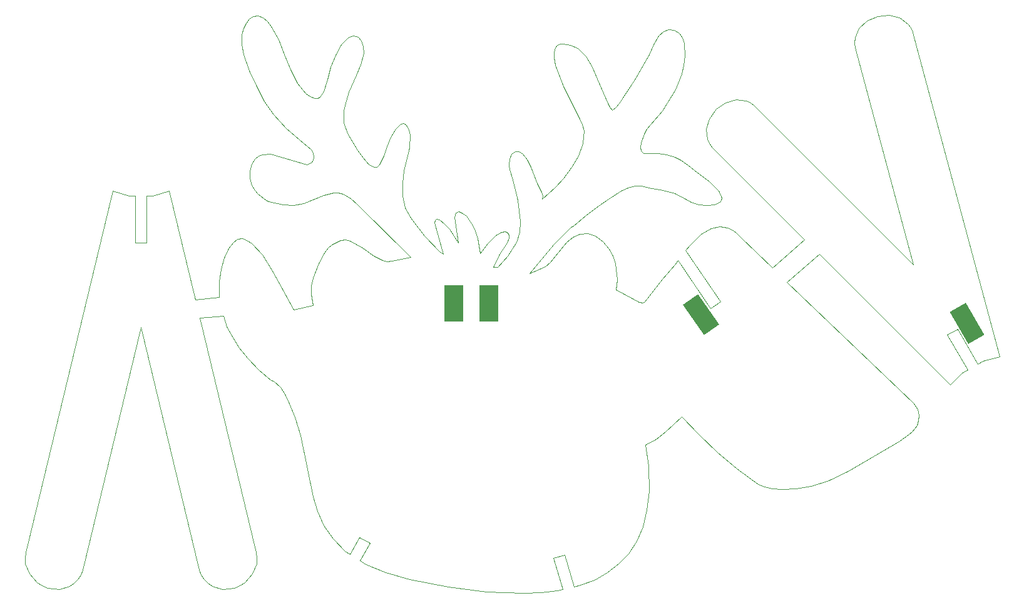
<source format=gbp>
G04*
G04 #@! TF.GenerationSoftware,Altium Limited,Altium Designer,25.1.2 (22)*
G04*
G04 Layer_Color=128*
%FSLAX25Y25*%
%MOIN*%
G70*
G04*
G04 #@! TF.SameCoordinates,B79DADAE-6871-4A3D-A662-253F8C0C8E9A*
G04*
G04*
G04 #@! TF.FilePolarity,Positive*
G04*
G01*
G75*
%ADD10C,0.00394*%
%ADD14R,0.09843X0.19685*%
G04:AMPARAMS|DCode=56|XSize=98.43mil|YSize=196.85mil|CornerRadius=0mil|HoleSize=0mil|Usage=FLASHONLY|Rotation=30.000|XOffset=0mil|YOffset=0mil|HoleType=Round|Shape=Rectangle|*
%AMROTATEDRECTD56*
4,1,4,0.00659,-0.10985,-0.09183,0.06063,-0.00659,0.10985,0.09183,-0.06063,0.00659,-0.10985,0.0*
%
%ADD56ROTATEDRECTD56*%

G04:AMPARAMS|DCode=57|XSize=98.43mil|YSize=196.85mil|CornerRadius=0mil|HoleSize=0mil|Usage=FLASHONLY|Rotation=35.000|XOffset=0mil|YOffset=0mil|HoleType=Round|Shape=Rectangle|*
%AMROTATEDRECTD57*
4,1,4,0.01614,-0.10885,-0.09677,0.05240,-0.01614,0.10885,0.09677,-0.05240,0.01614,-0.10885,0.0*
%
%ADD57ROTATEDRECTD57*%

D10*
X691640Y140033D02*
X686186Y136883D01*
X378731Y25947D02*
X373276Y29096D01*
X482413Y19760D02*
X476390Y17919D01*
X565429Y154517D02*
X560208Y150993D01*
X373276Y29096D02*
X368047Y20038D01*
X378731Y25947D02*
X373344Y16617D01*
X481460Y1334D02*
X476390Y17919D01*
X487606Y2773D02*
X482413Y19760D01*
X253658Y185813D02*
Y211054D01*
X259958Y185813D02*
X259958Y211054D01*
X560208Y150993D02*
X542903Y176645D01*
X565429Y154517D02*
X546948Y181913D01*
X696986Y118177D02*
X686186Y136883D01*
X702442Y121322D02*
X691640Y140033D01*
X610303Y187648D02*
X561260Y236689D01*
X559610Y238791D01*
X668233Y100555D02*
X600818Y165087D01*
X618168Y179784D02*
X600818Y165087D01*
X687807Y110145D02*
X618168Y179784D01*
X610303Y187648D02*
X593078Y172496D01*
X576060Y188786D01*
X318230Y20882D02*
X288186Y145975D01*
X300649Y146821D02*
X288186Y145975D01*
X298619Y156839D02*
X285851Y155698D01*
X271923Y213688D01*
X348478Y152486D02*
X347324Y158528D01*
X348478Y152486D02*
X337975Y150247D01*
X332078Y161173D01*
X510382Y166140D02*
X509926Y161007D01*
X518519Y156299D02*
X509926Y161007D01*
X522062Y154331D02*
X518519Y156299D01*
X524031Y153937D02*
X522062Y154331D01*
X525248Y154734D02*
X524031Y153937D01*
X576060Y188786D02*
X574247Y190893D01*
X207171Y2096D02*
X204174Y3301D01*
X585514Y57225D02*
X574282Y65459D01*
X563651Y74434D01*
X588924Y56007D02*
X585514Y57225D01*
X670005Y88737D02*
X667346Y85266D01*
X670947Y91165D02*
X670005Y88737D01*
X671187Y93981D02*
X670947Y91165D01*
X593034Y55107D02*
X588924Y56007D01*
X671187Y93981D02*
X670393Y97129D01*
X668233Y100555D01*
X667346Y85266D02*
X665870Y84010D01*
X598612Y54567D02*
X593034Y55107D01*
X637252Y289978D02*
X637250D01*
X583530Y258961D02*
Y258962D01*
Y258961D02*
X581426Y260610D01*
X579030Y261708D02*
X573685Y262280D01*
X581426Y260610D02*
X579030Y261708D01*
X668267Y174226D02*
X583530Y258962D01*
X668267Y174226D02*
X637250Y289978D01*
X637122Y295248D02*
X636874Y292623D01*
X649057Y306768D02*
X643405Y304184D01*
X639300Y300163D01*
X637122Y295248D01*
X637252Y289978D02*
X636874Y292623D01*
X666681Y300608D02*
X665155Y302758D01*
X655246Y307355D02*
X649057Y306768D01*
X696986Y118177D02*
X694258Y116600D01*
X665155Y302758D02*
X660812Y305926D01*
X655246Y307355D01*
X667676Y298128D02*
X666681Y300608D01*
X667685Y298080D02*
X667676Y298128D01*
X665870Y84010D02*
X660650Y80366D01*
X633571Y64316D01*
X623137Y59262D01*
X613765Y56229D01*
X605556Y54803D01*
X598612Y54567D01*
X705169Y122900D02*
X702442Y121323D01*
X694258Y116600D02*
X687807Y110145D01*
X713992Y125263D02*
X705169Y122900D01*
X713992Y125263D02*
X667685Y298080D01*
X204174Y3301D02*
X201518Y4982D01*
X197412Y9468D01*
X574247Y190893D02*
X572028Y192641D01*
X350773Y42820D02*
X348310Y50719D01*
X345031Y67051D02*
X341695Y83273D01*
X348310Y50719D02*
X345031Y67051D01*
X354235Y35265D02*
X350773Y42820D01*
X298619Y156839D02*
X298473Y165413D01*
X308153Y187792D02*
X305705Y186047D01*
X303353Y182824D01*
X301109Y177977D01*
X299388Y172093D01*
X259958Y185813D02*
X253658D01*
X299388Y172093D02*
X298473Y165413D01*
X263108Y211054D02*
X259958D01*
X347583Y163025D02*
X347324Y158528D01*
X348511Y167252D02*
X347583Y163025D01*
X351498Y174886D02*
X348511Y167252D01*
X354619Y180688D02*
X351498Y174886D01*
X387934Y176102D02*
X385525Y176652D01*
X380854Y178928D01*
X365772Y187571D02*
X363281Y187305D01*
X358452Y185079D02*
X356379Y183225D01*
X363281Y187305D02*
X358452Y185079D01*
X374645Y183330D02*
X368251Y186935D01*
X380854Y178928D02*
X374645Y183330D01*
X356379Y183225D02*
X354619Y180688D01*
X368251Y186935D02*
X365772Y187571D01*
X359034Y28176D02*
X354235Y35265D01*
X376463Y14603D02*
X373344Y16617D01*
X365508Y21678D02*
X359034Y28176D01*
X368047Y20038D02*
X365508Y21678D01*
X287822Y11732D02*
X287820D01*
X288818Y8966D02*
X287822Y11732D01*
X290345Y6568D02*
X288818Y8966D01*
X318622Y17880D02*
X318375Y14952D01*
X316198Y9468D01*
X318622Y17880D02*
X318244Y20831D01*
X318230Y20882D01*
X387018Y10180D02*
X376463Y14603D01*
X302629Y141410D02*
X300649Y146821D01*
X305388Y135807D02*
X302629Y141410D01*
X309031Y130067D02*
X305388Y135807D01*
X313660Y124246D02*
X309031Y130067D01*
X321309Y179481D02*
X315920Y185627D01*
X310681Y188206D02*
X308153Y187792D01*
X319377Y118401D02*
X313660Y124246D01*
X315920Y185627D02*
X313274Y187436D01*
X287820Y11732D02*
X256805Y140874D01*
X271923Y213688D02*
X263108Y211054D01*
X313274Y187436D02*
X310681Y188206D01*
X335959Y100219D02*
X333353Y105429D01*
X326287Y112588D02*
X319377Y118401D01*
X332078Y161173D02*
X326733Y170939D01*
X327585Y112129D02*
X326287Y112588D01*
X326733Y170939D02*
X321309Y179481D01*
X333353Y105429D02*
X331032Y108922D01*
X327585Y112129D01*
X341695Y83273D02*
X338768Y92948D01*
X335959Y100219D01*
X253658Y211054D02*
X250509D01*
X241687Y213688D01*
X195380Y20882D01*
X256805Y140874D02*
X225790Y11732D01*
X197412Y9468D02*
X195235Y14952D01*
X225789Y11732D02*
X224792Y8966D01*
X195367Y20831D02*
X194988Y17880D01*
X195380Y20882D02*
X195367Y20831D01*
X225790Y11732D02*
X225789D01*
X224792Y8966D02*
X223266Y6568D01*
X195235Y14952D02*
X194988Y17880D01*
X551556Y224604D02*
X549594Y226438D01*
X559625Y218589D02*
X551556Y224604D01*
X544602Y229874D02*
X541077Y231564D01*
X536923Y232901D01*
X541134Y212201D02*
X534685Y214018D01*
X546717Y209143D02*
X541134Y212201D01*
X549594Y226438D02*
X544602Y229874D01*
X492649Y245624D02*
X491963Y248880D01*
X490577Y252049D01*
X492649Y245624D02*
X492224Y238986D01*
X489895Y232396D01*
X486257Y226118D02*
X481905Y220416D01*
X490577Y252049D02*
X481747Y269214D01*
X489895Y232396D02*
X486257Y226118D01*
X395124Y249175D02*
X392363Y246662D01*
X396667Y249491D02*
X395124Y249175D01*
X396951Y224232D02*
X396092Y217752D01*
X399820Y236751D02*
X396951Y224232D01*
X398181Y248776D02*
X396667Y249491D01*
X399578Y246379D02*
X398181Y248776D01*
X396094Y211085D02*
X396092Y217752D01*
X400267Y243298D02*
X399820Y236751D01*
X400267Y243298D02*
X399578Y246379D01*
X506494Y258142D02*
X505341Y260140D01*
X519816Y272779D02*
X511370Y260269D01*
X509741Y258198D01*
X507919Y256725D01*
X506494Y258142D01*
X505341Y260140D02*
X499887Y273317D01*
X372089Y235253D02*
X366780Y244328D01*
X381078Y226152D02*
X378215Y227718D01*
X389913Y242312D02*
X387957Y237339D01*
X378215Y227718D02*
X375006Y231179D01*
X392363Y246662D02*
X389913Y242312D01*
X387957Y237339D02*
X386068Y232276D01*
X383820Y227656D01*
X382537Y226358D01*
X381078Y226152D01*
X375006Y231179D02*
X372089Y235253D01*
X366780Y244328D02*
X364840Y250084D01*
X540776Y299326D02*
X537936Y299616D01*
X535135Y298591D01*
X532616Y296418D01*
X544789Y276090D02*
X541399Y267707D01*
X545954Y280711D02*
X544789Y276090D01*
X546559Y285621D02*
X545954Y280711D01*
X529905Y291701D02*
X527555Y286440D01*
X519816Y272779D01*
X526271Y246550D02*
X525843Y245960D01*
X534366Y256144D02*
X526271Y246550D01*
X541399Y267707D02*
X534366Y256144D01*
X546005Y292340D02*
X544976Y295284D01*
X543414Y297558D01*
X546559Y285621D02*
X546005Y292340D01*
X532616Y296418D02*
X529905Y291701D01*
X543414Y297558D02*
X540776Y299326D01*
X524831Y243879D02*
X523231Y239372D01*
X515997Y215268D02*
X512454Y213610D01*
X505944Y209319D01*
X527139Y215115D02*
X523394Y216285D01*
X525843Y245960D02*
X524831Y243879D01*
X536923Y232901D02*
X532183Y233632D01*
X526900Y233507D01*
X524450Y233766D01*
X523202Y235047D01*
X522886Y237024D01*
X523231Y239372D02*
X522886Y237024D01*
X523394Y216285D02*
X519662Y216248D01*
X534685Y214018D02*
X527139Y215115D01*
X519662Y216248D02*
X515997Y215268D01*
X559484Y252067D02*
X557939Y246532D01*
X564559Y213637D02*
X559625Y218589D01*
X558511Y241187D02*
X557939Y246532D01*
X559610Y238791D02*
X558511Y241187D01*
X566153Y210029D02*
X564559Y213637D01*
X563088Y257132D02*
X559484Y252067D01*
X348489Y233977D02*
X347342Y235657D01*
X348847Y231640D02*
X348418Y229871D01*
X347543Y228685D01*
X361903Y212563D02*
X359320Y212488D01*
X364473Y212028D02*
X361903Y212563D01*
X368514Y209645D02*
X364473Y212028D01*
X347543Y228685D02*
X345266Y227732D01*
X348847Y231640D02*
X348489Y233977D01*
X359320Y212488D02*
X354204Y211174D01*
X476794Y287758D02*
X476772Y284776D01*
X481747Y269214D02*
X477503Y280777D01*
X476772Y284776D01*
X477438Y289850D02*
X476794Y287758D01*
X480062Y291874D02*
X478571Y291179D01*
X489512Y289694D02*
X485376Y291428D01*
X481781Y292062D01*
X480062Y291874D01*
X497064Y279771D02*
X493639Y285429D01*
X478571Y291179D02*
X477438Y289850D01*
X499887Y273317D02*
X497064Y279771D01*
X493639Y285429D02*
X489512Y289694D01*
X360307Y286101D02*
X357827Y279650D01*
X370202Y296160D02*
X368371Y295835D01*
X366647Y294839D01*
X357827Y279650D02*
X356059Y273043D01*
X373812Y280828D02*
X371437Y275153D01*
X374102Y293480D02*
X372305Y295466D01*
X375440Y287103D02*
X373812Y280828D01*
X375257Y290570D02*
X374102Y293480D01*
X375440Y287103D02*
X375257Y290570D01*
X363556Y291589D02*
X360307Y286101D01*
X372305Y295466D02*
X370202Y296160D01*
X366647Y294839D02*
X363556Y291589D01*
X352115Y263557D02*
X350828Y262833D01*
X354101Y266589D02*
X352115Y263557D01*
X349440Y262839D02*
X346811Y263888D01*
X364840Y250084D02*
X364816Y256611D01*
X365973Y261659D02*
X364816Y256611D01*
X367611Y266330D02*
X365973Y261659D01*
X371437Y275153D02*
X367611Y266330D01*
X350828Y262833D02*
X349440Y262839D01*
X356059Y273043D02*
X354101Y266589D01*
X454760Y219472D02*
X453091Y224815D01*
X464616Y226325D02*
X462625Y230212D01*
X460203Y233414D01*
X458256Y234623D01*
X456152Y234609D01*
X454274Y233302D01*
X453003Y230631D01*
X452713Y227677D01*
X477434Y215553D02*
X470513Y209397D01*
X470939Y210825D02*
X470513Y209397D01*
X470939Y210825D02*
X470062Y212878D01*
X467641Y217449D01*
X457597Y208757D02*
X454760Y219472D01*
X467641Y217449D02*
X464616Y226325D01*
X481905Y220416D02*
X477434Y215553D01*
X453091Y224815D02*
X452713Y227677D01*
X213359Y1441D02*
X210305Y1468D01*
X221285Y4578D02*
X218923Y3035D01*
X223266Y6568D02*
X221285Y4578D01*
X294688Y3035D02*
X292326Y4578D01*
X210305Y1468D02*
X207171Y2096D01*
X218923Y3035D02*
X213359Y1441D01*
X306440Y2096D02*
X303306Y1468D01*
X300253Y1441D02*
X294688Y3035D01*
X292326Y4578D02*
X290345Y6568D01*
X312093Y4982D02*
X309436Y3301D01*
X316198Y9468D02*
X312093Y4982D01*
X309436Y3301D02*
X306440Y2096D01*
X572028Y192641D02*
X568979Y194066D01*
X565130Y194577D01*
X560513Y193584D01*
X555162Y190498D01*
X549109Y184727D01*
X566153Y210029D02*
X565928Y208687D01*
X565143Y207631D01*
X549738Y207483D02*
X546717Y209143D01*
X553826Y206369D02*
X549738Y207483D01*
X558245Y205933D02*
X553826Y206369D01*
X562262Y206310D02*
X558245Y205933D01*
X568152Y260735D02*
X563088Y257132D01*
X565143Y207631D02*
X562262Y206310D01*
X573685Y262280D02*
X568152Y260735D01*
X399948Y6605D02*
X387018Y10180D01*
X420585Y2626D02*
X399948Y6605D01*
X460492Y-809D02*
X440960Y0D01*
X420585Y2626D01*
X490896Y3544D02*
X487606Y2773D01*
X478603Y663D02*
X469762Y-387D01*
X481460Y1334D02*
X478603Y663D01*
X544719Y93117D02*
X536226Y85168D01*
X530979Y81395D01*
X553752Y83778D02*
X544719Y93117D01*
X527349Y53582D02*
X527147Y67011D01*
X525331Y78414D01*
X530979Y81395D02*
X525331Y78414D01*
X563651Y74434D02*
X553752Y83778D01*
X498382Y6437D02*
X490896Y3544D01*
X542903Y176645D02*
X541016Y174188D01*
X549109Y184727D02*
X546948Y181913D01*
X469762Y-387D02*
X460492Y-809D01*
X516411Y20399D02*
X511213Y14804D01*
X526241Y43546D02*
X523999Y34710D01*
X520697Y27014D01*
X516411Y20399D01*
X511213Y14804D02*
X505179Y10170D01*
X498382Y6437D01*
X527349Y53582D02*
X526241Y43546D01*
X321854Y306089D02*
X319278Y307094D01*
X316605Y306640D01*
X326291Y301250D02*
X324227Y304012D01*
X321854Y306089D01*
X316605Y306640D02*
X314609Y305206D01*
X312825Y303104D01*
X330072Y294120D02*
X326291Y301250D01*
X333223Y286211D02*
X330072Y294120D01*
X312825Y303104D02*
X311432Y300385D01*
X303306Y1468D02*
X300253Y1441D01*
X310609Y297103D02*
X310512Y291670D01*
X311438Y286403D02*
X310512Y291670D01*
X311432Y300385D02*
X310609Y297103D01*
X413392Y197871D02*
X413233Y196564D01*
X415696Y198156D02*
X414039Y198475D01*
X413392Y197871D01*
X417866Y180089D02*
X415771Y181345D01*
X415597Y188362D02*
X413233Y196564D01*
X407793Y189575D02*
X400413Y199121D01*
X415771Y181345D02*
X407793Y189575D01*
X417866Y180089D02*
X415597Y188362D01*
X509356Y175041D02*
X508035Y179049D01*
X446669Y173025D02*
X444413Y173093D01*
X452067Y179032D02*
X446669Y173025D01*
X447829Y179994D02*
X444413Y173093D01*
X508035Y179049D02*
X506220Y182525D01*
X502825Y186710D01*
X483455Y186275D02*
X477323Y179017D01*
X486855Y188971D02*
X483455Y186275D01*
X477323Y179017D02*
X474909Y175707D01*
X468380Y175293D02*
X463963Y169525D01*
X474909Y175707D02*
X472183Y173207D01*
X463963Y169525D01*
X476887Y185204D02*
X468380Y175293D01*
X498942Y189610D02*
X494768Y190997D01*
X502825Y186710D02*
X498942Y189610D01*
X485777Y194185D02*
X476887Y185204D01*
X487271Y195103D02*
X485777Y194185D01*
X494768Y190997D02*
X490505Y190647D01*
X486855Y188971D01*
X510382Y166140D02*
X509356Y175041D01*
X534340Y166718D02*
X525248Y154734D01*
X541016Y174188D02*
X534340Y166718D01*
X448969Y191718D02*
X445756Y189931D01*
X441334Y185692D01*
X437416Y180332D01*
X458957Y197331D02*
X458530Y191485D01*
X451795Y186089D02*
X447829Y179994D01*
X437416Y180332D02*
X436087Y188401D01*
X458957Y197331D02*
X457597Y208757D01*
X452928Y190045D02*
X452911Y188626D01*
X452928Y190045D02*
X452276Y191195D01*
X450644Y191884D01*
X448969Y191718D01*
X452911Y188626D02*
X451795Y186089D01*
X458530Y191485D02*
X456806Y186317D01*
X452067Y179032D01*
X500560Y205488D02*
X493653Y200598D01*
X487271Y195103D01*
X424598Y201946D02*
X423966Y199607D01*
X426128Y202618D02*
X424598Y201946D01*
X428233Y201774D02*
X426128Y202618D01*
X433366Y195438D02*
X430126Y200115D01*
X428233Y201774D01*
X505944Y209319D02*
X500560Y205488D01*
X418562Y195993D02*
X415696Y198156D01*
X336349Y278267D02*
X333223Y286211D01*
X332611Y206256D02*
X324787Y207906D01*
X345266Y227732D02*
X325909Y233171D01*
X340050Y271032D02*
X336349Y278267D01*
X341137Y240799D02*
X333997Y246793D01*
X344336Y265680D02*
X340050Y271032D01*
X338097Y205908D02*
X332611Y206256D01*
X333997Y246793D02*
X327376Y254161D01*
X400428Y178422D02*
X395412Y177160D01*
X390376Y176158D01*
X400428Y178422D02*
X372265Y206185D01*
X397583Y204504D02*
X396094Y211085D01*
X400413Y199121D02*
X397583Y204504D01*
X390376Y176158D02*
X387934Y176102D01*
X372265Y206185D02*
X368514Y209645D01*
X425653Y185878D02*
X424845Y192757D01*
X434939Y192129D02*
X433366Y195438D01*
X436087Y188401D02*
X434939Y192129D01*
X425653Y185878D02*
X421199Y193148D01*
X424845Y192757D02*
X423966Y199607D01*
X421199Y193148D02*
X418562Y195993D01*
X343517Y207063D02*
X338097Y205908D01*
X354204Y211174D02*
X343517Y207063D01*
X347342Y235657D02*
X341137Y240799D01*
X346811Y263888D02*
X344336Y265680D01*
X322615Y261375D02*
X318320Y269343D01*
X319243Y211812D02*
X317348Y213880D01*
X323372Y208496D02*
X319243Y211812D01*
X314907Y224258D02*
X314858Y220301D01*
X325909Y233171D02*
X321616Y232919D01*
X319530Y232188D01*
X317586Y230729D01*
X315849Y227930D01*
X314907Y224258D01*
X315801Y216643D02*
X314858Y220301D01*
X317348Y213880D02*
X315801Y216643D01*
X327376Y254161D02*
X322615Y261375D01*
X318320Y269343D02*
X314507Y277488D01*
X324787Y207906D02*
X323372Y208496D01*
X314507Y277488D02*
X311438Y286403D01*
D14*
X442141Y153543D02*
D03*
X423440D02*
D03*
D56*
X696953Y143101D02*
D03*
D57*
X555245Y147643D02*
D03*
M02*

</source>
